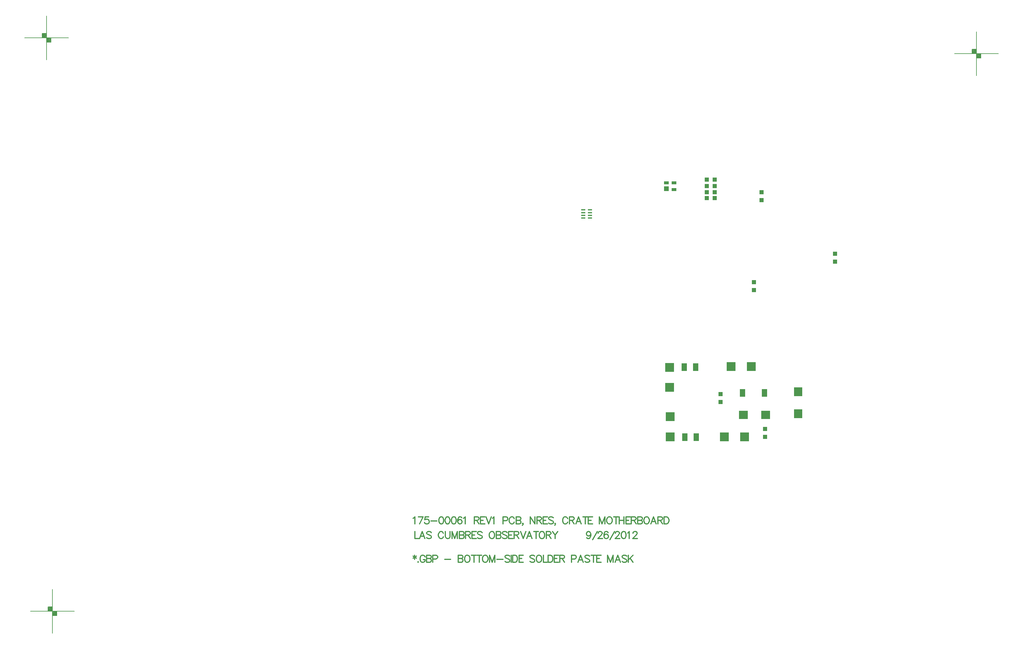
<source format=gbp>
%FSLAX23Y23*%
%MOIN*%
G70*
G01*
G75*
G04 Layer_Color=128*
%ADD10R,0.050X0.050*%
%ADD11R,0.057X0.012*%
%ADD12R,0.025X0.185*%
%ADD13R,0.025X0.100*%
%ADD14R,0.050X0.050*%
%ADD15O,0.014X0.067*%
%ADD16R,0.036X0.036*%
%ADD17O,0.079X0.024*%
%ADD18R,0.039X0.059*%
%ADD19R,0.100X0.100*%
%ADD20C,0.010*%
%ADD21C,0.050*%
%ADD22C,0.025*%
%ADD23C,0.006*%
%ADD24C,0.012*%
%ADD25C,0.008*%
%ADD26C,0.012*%
%ADD27C,0.012*%
%ADD28C,0.070*%
%ADD29C,0.050*%
%ADD30C,0.166*%
%ADD31C,0.157*%
%ADD32C,0.079*%
%ADD33C,0.220*%
%ADD34C,0.039*%
%ADD35C,0.059*%
%ADD36R,0.059X0.059*%
%ADD37C,0.063*%
%ADD38C,0.116*%
%ADD39C,0.065*%
%ADD40C,0.100*%
%ADD41C,0.080*%
%ADD42C,0.059*%
%ADD43C,0.115*%
%ADD44R,0.115X0.115*%
%ADD45R,0.079X0.079*%
%ADD46R,0.120X0.120*%
%ADD47C,0.120*%
%ADD48R,0.063X0.063*%
%ADD49C,0.020*%
%ADD50C,0.040*%
G04:AMPARAMS|DCode=51|XSize=91mil|YSize=91mil|CornerRadius=0mil|HoleSize=0mil|Usage=FLASHONLY|Rotation=0.000|XOffset=0mil|YOffset=0mil|HoleType=Round|Shape=Relief|Width=10mil|Gap=10mil|Entries=4|*
%AMTHD51*
7,0,0,0.091,0.071,0.010,45*
%
%ADD51THD51*%
%ADD52C,0.071*%
%ADD53C,0.206*%
G04:AMPARAMS|DCode=54|XSize=150.551mil|YSize=150.551mil|CornerRadius=0mil|HoleSize=0mil|Usage=FLASHONLY|Rotation=0.000|XOffset=0mil|YOffset=0mil|HoleType=Round|Shape=Relief|Width=10mil|Gap=10mil|Entries=4|*
%AMTHD54*
7,0,0,0.151,0.131,0.010,45*
%
%ADD54THD54*%
G04:AMPARAMS|DCode=55|XSize=96.221mil|YSize=96.221mil|CornerRadius=0mil|HoleSize=0mil|Usage=FLASHONLY|Rotation=0.000|XOffset=0mil|YOffset=0mil|HoleType=Round|Shape=Relief|Width=10mil|Gap=10mil|Entries=4|*
%AMTHD55*
7,0,0,0.096,0.076,0.010,45*
%
%ADD55THD55*%
%ADD56C,0.076*%
%ADD57C,0.080*%
%ADD58C,0.075*%
%ADD59C,0.168*%
G04:AMPARAMS|DCode=60|XSize=100mil|YSize=100mil|CornerRadius=0mil|HoleSize=0mil|Usage=FLASHONLY|Rotation=0.000|XOffset=0mil|YOffset=0mil|HoleType=Round|Shape=Relief|Width=10mil|Gap=10mil|Entries=4|*
%AMTHD60*
7,0,0,0.100,0.080,0.010,45*
%
%ADD60THD60*%
G04:AMPARAMS|DCode=61|XSize=123mil|YSize=123mil|CornerRadius=0mil|HoleSize=0mil|Usage=FLASHONLY|Rotation=0.000|XOffset=0mil|YOffset=0mil|HoleType=Round|Shape=Relief|Width=10mil|Gap=10mil|Entries=4|*
%AMTHD61*
7,0,0,0.123,0.103,0.010,45*
%
%ADD61THD61*%
%ADD62C,0.092*%
G04:AMPARAMS|DCode=63|XSize=112mil|YSize=112mil|CornerRadius=0mil|HoleSize=0mil|Usage=FLASHONLY|Rotation=0.000|XOffset=0mil|YOffset=0mil|HoleType=Round|Shape=Relief|Width=10mil|Gap=10mil|Entries=4|*
%AMTHD63*
7,0,0,0.112,0.092,0.010,45*
%
%ADD63THD63*%
%ADD64C,0.190*%
%ADD65C,0.087*%
G04:AMPARAMS|DCode=66|XSize=138mil|YSize=138mil|CornerRadius=0mil|HoleSize=0mil|Usage=FLASHONLY|Rotation=0.000|XOffset=0mil|YOffset=0mil|HoleType=Round|Shape=Relief|Width=10mil|Gap=10mil|Entries=4|*
%AMTHD66*
7,0,0,0.138,0.118,0.010,45*
%
%ADD66THD66*%
%ADD67C,0.118*%
G04:AMPARAMS|DCode=68|XSize=107.244mil|YSize=107.244mil|CornerRadius=0mil|HoleSize=0mil|Usage=FLASHONLY|Rotation=0.000|XOffset=0mil|YOffset=0mil|HoleType=Round|Shape=Relief|Width=10mil|Gap=10mil|Entries=4|*
%AMTHD68*
7,0,0,0.107,0.087,0.010,45*
%
%ADD68THD68*%
%ADD69C,0.079*%
%ADD70C,0.068*%
G04:AMPARAMS|DCode=71|XSize=70mil|YSize=70mil|CornerRadius=0mil|HoleSize=0mil|Usage=FLASHONLY|Rotation=0.000|XOffset=0mil|YOffset=0mil|HoleType=Round|Shape=Relief|Width=10mil|Gap=10mil|Entries=4|*
%AMTHD71*
7,0,0,0.070,0.050,0.010,45*
%
%ADD71THD71*%
G04:AMPARAMS|DCode=72|XSize=88mil|YSize=88mil|CornerRadius=0mil|HoleSize=0mil|Usage=FLASHONLY|Rotation=0.000|XOffset=0mil|YOffset=0mil|HoleType=Round|Shape=Relief|Width=10mil|Gap=10mil|Entries=4|*
%AMTHD72*
7,0,0,0.088,0.068,0.010,45*
%
%ADD72THD72*%
%ADD73C,0.020*%
%ADD74C,0.131*%
%ADD75C,0.103*%
%ADD76C,0.005*%
%ADD77R,0.053X0.035*%
%ADD78R,0.053X0.053*%
%ADD79R,0.045X0.017*%
%ADD80R,0.094X0.102*%
%ADD81R,0.059X0.087*%
%ADD82R,0.102X0.094*%
%ADD83R,0.100X0.100*%
%ADD84R,0.060X0.086*%
%ADD85C,0.010*%
%ADD86C,0.010*%
%ADD87C,0.024*%
%ADD88C,0.008*%
%ADD89C,0.007*%
%ADD90C,0.007*%
%ADD91C,0.015*%
%ADD92R,0.194X0.245*%
%ADD93R,0.058X0.058*%
%ADD94R,0.061X0.016*%
%ADD95R,0.033X0.193*%
%ADD96R,0.033X0.108*%
%ADD97R,0.058X0.058*%
%ADD98O,0.022X0.075*%
%ADD99R,0.044X0.044*%
%ADD100O,0.087X0.032*%
%ADD101R,0.047X0.067*%
%ADD102R,0.108X0.108*%
%ADD103C,0.063*%
%ADD104C,0.043*%
%ADD105R,0.043X0.043*%
%ADD106C,0.174*%
%ADD107C,0.165*%
%ADD108C,0.087*%
%ADD109C,0.228*%
%ADD110C,0.047*%
%ADD111C,0.067*%
%ADD112R,0.067X0.067*%
%ADD113C,0.071*%
%ADD114C,0.124*%
%ADD115C,0.073*%
%ADD116C,0.108*%
%ADD117C,0.088*%
%ADD118C,0.067*%
%ADD119C,0.123*%
%ADD120R,0.123X0.123*%
%ADD121R,0.087X0.087*%
%ADD122R,0.128X0.128*%
%ADD123C,0.128*%
%ADD124R,0.071X0.071*%
%ADD125C,0.058*%
%ADD126R,2.050X0.450*%
%ADD127R,0.061X0.043*%
%ADD128R,0.061X0.061*%
%ADD129R,0.053X0.025*%
%ADD130R,0.102X0.110*%
%ADD131R,0.067X0.095*%
%ADD132R,0.110X0.102*%
%ADD133R,0.108X0.108*%
%ADD134R,0.068X0.094*%
D10*
X18195Y12523D02*
D03*
Y12613D02*
D03*
X17398Y10620D02*
D03*
Y10530D02*
D03*
X16893Y11016D02*
D03*
Y10925D02*
D03*
X17360Y13312D02*
D03*
Y13222D02*
D03*
X17272Y12200D02*
D03*
Y12290D02*
D03*
D14*
X16824Y13245D02*
D03*
X16734D02*
D03*
X16824Y13312D02*
D03*
X16734D02*
D03*
X16824Y13384D02*
D03*
X16734D02*
D03*
X16824Y13455D02*
D03*
X16734D02*
D03*
D19*
X16313Y11321D02*
D03*
Y11092D02*
D03*
X16319Y10759D02*
D03*
Y10528D02*
D03*
D25*
X19554Y14890D02*
X20054D01*
X19804Y14640D02*
Y15140D01*
X19854Y14840D02*
Y14890D01*
X19804Y14840D02*
X19854D01*
X19754Y14890D02*
Y14940D01*
X19804D01*
X19759Y14895D02*
X19799D01*
X19759D02*
Y14935D01*
X19799D01*
Y14895D02*
Y14935D01*
X19764Y14900D02*
X19794D01*
X19764D02*
Y14930D01*
X19794D01*
Y14905D02*
Y14930D01*
X19769Y14905D02*
X19789D01*
X19769D02*
Y14925D01*
X19789D01*
Y14910D02*
Y14925D01*
X19774Y14910D02*
X19784D01*
X19774D02*
Y14920D01*
X19784D01*
Y14910D02*
Y14920D01*
X19774Y14915D02*
X19784D01*
X19809Y14845D02*
X19849D01*
X19809D02*
Y14885D01*
X19849D01*
Y14845D02*
Y14885D01*
X19814Y14850D02*
X19844D01*
X19814D02*
Y14880D01*
X19844D01*
Y14855D02*
Y14880D01*
X19819Y14855D02*
X19839D01*
X19819D02*
Y14875D01*
X19839D01*
Y14860D02*
Y14875D01*
X19824Y14860D02*
X19834D01*
X19824D02*
Y14870D01*
X19834D01*
Y14860D02*
Y14870D01*
X19824Y14865D02*
X19834D01*
X8970Y15070D02*
X9470D01*
X9220Y14820D02*
Y15320D01*
X9270Y15020D02*
Y15070D01*
X9220Y15020D02*
X9270D01*
X9170Y15070D02*
Y15120D01*
X9220D01*
X9175Y15075D02*
X9215D01*
X9175D02*
Y15115D01*
X9215D01*
Y15075D02*
Y15115D01*
X9180Y15080D02*
X9210D01*
X9180D02*
Y15110D01*
X9210D01*
Y15085D02*
Y15110D01*
X9185Y15085D02*
X9205D01*
X9185D02*
Y15105D01*
X9205D01*
Y15090D02*
Y15105D01*
X9190Y15090D02*
X9200D01*
X9190D02*
Y15100D01*
X9200D01*
Y15090D02*
Y15100D01*
X9190Y15095D02*
X9200D01*
X9225Y15025D02*
X9265D01*
X9225D02*
Y15065D01*
X9265D01*
Y15025D02*
Y15065D01*
X9230Y15030D02*
X9260D01*
X9230D02*
Y15060D01*
X9260D01*
Y15035D02*
Y15060D01*
X9235Y15035D02*
X9255D01*
X9235D02*
Y15055D01*
X9255D01*
Y15040D02*
Y15055D01*
X9240Y15040D02*
X9250D01*
X9240D02*
Y15050D01*
X9250D01*
Y15040D02*
Y15050D01*
X9240Y15045D02*
X9250D01*
X9036Y8546D02*
X9536D01*
X9286Y8296D02*
Y8796D01*
X9336Y8496D02*
Y8546D01*
X9286Y8496D02*
X9336D01*
X9236Y8546D02*
Y8596D01*
X9286D01*
X9241Y8551D02*
X9281D01*
X9241D02*
Y8591D01*
X9281D01*
Y8551D02*
Y8591D01*
X9246Y8556D02*
X9276D01*
X9246D02*
Y8586D01*
X9276D01*
Y8561D02*
Y8586D01*
X9251Y8561D02*
X9271D01*
X9251D02*
Y8581D01*
X9271D01*
Y8566D02*
Y8581D01*
X9256Y8566D02*
X9266D01*
X9256D02*
Y8576D01*
X9266D01*
Y8566D02*
Y8576D01*
X9256Y8571D02*
X9266D01*
X9291Y8501D02*
X9331D01*
X9291D02*
Y8541D01*
X9331D01*
Y8501D02*
Y8541D01*
X9296Y8506D02*
X9326D01*
X9296D02*
Y8536D01*
X9326D01*
Y8511D02*
Y8536D01*
X9301Y8511D02*
X9321D01*
X9301D02*
Y8531D01*
X9321D01*
Y8516D02*
Y8531D01*
X9306Y8516D02*
X9316D01*
X9306D02*
Y8526D01*
X9316D01*
Y8516D02*
Y8526D01*
X9306Y8521D02*
X9316D01*
D26*
X13412Y9453D02*
Y9373D01*
X13458D01*
X13527D02*
X13497Y9453D01*
X13466Y9373D01*
X13478Y9399D02*
X13516D01*
X13599Y9441D02*
X13592Y9449D01*
X13580Y9453D01*
X13565D01*
X13554Y9449D01*
X13546Y9441D01*
Y9434D01*
X13550Y9426D01*
X13554Y9422D01*
X13561Y9418D01*
X13584Y9411D01*
X13592Y9407D01*
X13596Y9403D01*
X13599Y9395D01*
Y9384D01*
X13592Y9376D01*
X13580Y9373D01*
X13565D01*
X13554Y9376D01*
X13546Y9384D01*
X13737Y9434D02*
X13733Y9441D01*
X13726Y9449D01*
X13718Y9453D01*
X13703D01*
X13695Y9449D01*
X13688Y9441D01*
X13684Y9434D01*
X13680Y9422D01*
Y9403D01*
X13684Y9392D01*
X13688Y9384D01*
X13695Y9376D01*
X13703Y9373D01*
X13718D01*
X13726Y9376D01*
X13733Y9384D01*
X13737Y9392D01*
X13760Y9453D02*
Y9395D01*
X13764Y9384D01*
X13771Y9376D01*
X13783Y9373D01*
X13790D01*
X13802Y9376D01*
X13809Y9384D01*
X13813Y9395D01*
Y9453D01*
X13835D02*
Y9373D01*
Y9453D02*
X13866Y9373D01*
X13896Y9453D02*
X13866Y9373D01*
X13896Y9453D02*
Y9373D01*
X13919Y9453D02*
Y9373D01*
Y9453D02*
X13953D01*
X13965Y9449D01*
X13968Y9445D01*
X13972Y9437D01*
Y9430D01*
X13968Y9422D01*
X13965Y9418D01*
X13953Y9414D01*
X13919D02*
X13953D01*
X13965Y9411D01*
X13968Y9407D01*
X13972Y9399D01*
Y9388D01*
X13968Y9380D01*
X13965Y9376D01*
X13953Y9373D01*
X13919D01*
X13990Y9453D02*
Y9373D01*
Y9453D02*
X14024D01*
X14036Y9449D01*
X14040Y9445D01*
X14044Y9437D01*
Y9430D01*
X14040Y9422D01*
X14036Y9418D01*
X14024Y9414D01*
X13990D01*
X14017D02*
X14044Y9373D01*
X14111Y9453D02*
X14061D01*
Y9373D01*
X14111D01*
X14061Y9414D02*
X14092D01*
X14178Y9441D02*
X14170Y9449D01*
X14159Y9453D01*
X14143D01*
X14132Y9449D01*
X14124Y9441D01*
Y9434D01*
X14128Y9426D01*
X14132Y9422D01*
X14139Y9418D01*
X14162Y9411D01*
X14170Y9407D01*
X14174Y9403D01*
X14178Y9395D01*
Y9384D01*
X14170Y9376D01*
X14159Y9373D01*
X14143D01*
X14132Y9376D01*
X14124Y9384D01*
X14281Y9453D02*
X14274Y9449D01*
X14266Y9441D01*
X14262Y9434D01*
X14258Y9422D01*
Y9403D01*
X14262Y9392D01*
X14266Y9384D01*
X14274Y9376D01*
X14281Y9373D01*
X14296D01*
X14304Y9376D01*
X14312Y9384D01*
X14315Y9392D01*
X14319Y9403D01*
Y9422D01*
X14315Y9434D01*
X14312Y9441D01*
X14304Y9449D01*
X14296Y9453D01*
X14281D01*
X14338D02*
Y9373D01*
Y9453D02*
X14372D01*
X14384Y9449D01*
X14387Y9445D01*
X14391Y9437D01*
Y9430D01*
X14387Y9422D01*
X14384Y9418D01*
X14372Y9414D01*
X14338D02*
X14372D01*
X14384Y9411D01*
X14387Y9407D01*
X14391Y9399D01*
Y9388D01*
X14387Y9380D01*
X14384Y9376D01*
X14372Y9373D01*
X14338D01*
X14462Y9441D02*
X14455Y9449D01*
X14443Y9453D01*
X14428D01*
X14417Y9449D01*
X14409Y9441D01*
Y9434D01*
X14413Y9426D01*
X14417Y9422D01*
X14424Y9418D01*
X14447Y9411D01*
X14455Y9407D01*
X14459Y9403D01*
X14462Y9395D01*
Y9384D01*
X14455Y9376D01*
X14443Y9373D01*
X14428D01*
X14417Y9376D01*
X14409Y9384D01*
X14530Y9453D02*
X14480D01*
Y9373D01*
X14530D01*
X14480Y9414D02*
X14511D01*
X14543Y9453D02*
Y9373D01*
Y9453D02*
X14577D01*
X14589Y9449D01*
X14593Y9445D01*
X14597Y9437D01*
Y9430D01*
X14593Y9422D01*
X14589Y9418D01*
X14577Y9414D01*
X14543D01*
X14570D02*
X14597Y9373D01*
X14614Y9453D02*
X14645Y9373D01*
X14675Y9453D02*
X14645Y9373D01*
X14747D02*
X14716Y9453D01*
X14686Y9373D01*
X14697Y9399D02*
X14735D01*
X14792Y9453D02*
Y9373D01*
X14765Y9453D02*
X14819D01*
X14851D02*
X14843Y9449D01*
X14836Y9441D01*
X14832Y9434D01*
X14828Y9422D01*
Y9403D01*
X14832Y9392D01*
X14836Y9384D01*
X14843Y9376D01*
X14851Y9373D01*
X14866D01*
X14874Y9376D01*
X14881Y9384D01*
X14885Y9392D01*
X14889Y9403D01*
Y9422D01*
X14885Y9434D01*
X14881Y9441D01*
X14874Y9449D01*
X14866Y9453D01*
X14851D01*
X14908D02*
Y9373D01*
Y9453D02*
X14942D01*
X14953Y9449D01*
X14957Y9445D01*
X14961Y9437D01*
Y9430D01*
X14957Y9422D01*
X14953Y9418D01*
X14942Y9414D01*
X14908D01*
X14934D02*
X14961Y9373D01*
X14979Y9453D02*
X15009Y9414D01*
Y9373D01*
X15040Y9453D02*
X15009Y9414D01*
X15414Y9426D02*
X15410Y9414D01*
X15402Y9407D01*
X15391Y9403D01*
X15387D01*
X15376Y9407D01*
X15368Y9414D01*
X15364Y9426D01*
Y9430D01*
X15368Y9441D01*
X15376Y9449D01*
X15387Y9453D01*
X15391D01*
X15402Y9449D01*
X15410Y9441D01*
X15414Y9426D01*
Y9407D01*
X15410Y9388D01*
X15402Y9376D01*
X15391Y9373D01*
X15383D01*
X15372Y9376D01*
X15368Y9384D01*
X15436Y9361D02*
X15489Y9453D01*
X15498Y9434D02*
Y9437D01*
X15502Y9445D01*
X15506Y9449D01*
X15513Y9453D01*
X15529D01*
X15536Y9449D01*
X15540Y9445D01*
X15544Y9437D01*
Y9430D01*
X15540Y9422D01*
X15532Y9411D01*
X15494Y9373D01*
X15548D01*
X15611Y9441D02*
X15607Y9449D01*
X15596Y9453D01*
X15588D01*
X15577Y9449D01*
X15569Y9437D01*
X15565Y9418D01*
Y9399D01*
X15569Y9384D01*
X15577Y9376D01*
X15588Y9373D01*
X15592D01*
X15604Y9376D01*
X15611Y9384D01*
X15615Y9395D01*
Y9399D01*
X15611Y9411D01*
X15604Y9418D01*
X15592Y9422D01*
X15588D01*
X15577Y9418D01*
X15569Y9411D01*
X15565Y9399D01*
X15633Y9361D02*
X15686Y9453D01*
X15695Y9434D02*
Y9437D01*
X15699Y9445D01*
X15703Y9449D01*
X15710Y9453D01*
X15725D01*
X15733Y9449D01*
X15737Y9445D01*
X15741Y9437D01*
Y9430D01*
X15737Y9422D01*
X15729Y9411D01*
X15691Y9373D01*
X15744D01*
X15785Y9453D02*
X15774Y9449D01*
X15766Y9437D01*
X15762Y9418D01*
Y9407D01*
X15766Y9388D01*
X15774Y9376D01*
X15785Y9373D01*
X15793D01*
X15804Y9376D01*
X15812Y9388D01*
X15816Y9407D01*
Y9418D01*
X15812Y9437D01*
X15804Y9449D01*
X15793Y9453D01*
X15785D01*
X15834Y9437D02*
X15841Y9441D01*
X15853Y9453D01*
Y9373D01*
X15896Y9434D02*
Y9437D01*
X15900Y9445D01*
X15904Y9449D01*
X15911Y9453D01*
X15927D01*
X15934Y9449D01*
X15938Y9445D01*
X15942Y9437D01*
Y9430D01*
X15938Y9422D01*
X15930Y9411D01*
X15892Y9373D01*
X15946D01*
D27*
X13410Y9183D02*
Y9137D01*
X13391Y9172D02*
X13429Y9149D01*
Y9172D02*
X13391Y9149D01*
X13449Y9111D02*
X13445Y9107D01*
X13449Y9103D01*
X13453Y9107D01*
X13449Y9111D01*
X13528Y9164D02*
X13524Y9172D01*
X13516Y9179D01*
X13509Y9183D01*
X13493D01*
X13486Y9179D01*
X13478Y9172D01*
X13474Y9164D01*
X13471Y9153D01*
Y9133D01*
X13474Y9122D01*
X13478Y9114D01*
X13486Y9107D01*
X13493Y9103D01*
X13509D01*
X13516Y9107D01*
X13524Y9114D01*
X13528Y9122D01*
Y9133D01*
X13509D02*
X13528D01*
X13546Y9183D02*
Y9103D01*
Y9183D02*
X13580D01*
X13592Y9179D01*
X13596Y9175D01*
X13599Y9168D01*
Y9160D01*
X13596Y9153D01*
X13592Y9149D01*
X13580Y9145D01*
X13546D02*
X13580D01*
X13592Y9141D01*
X13596Y9137D01*
X13599Y9130D01*
Y9118D01*
X13596Y9111D01*
X13592Y9107D01*
X13580Y9103D01*
X13546D01*
X13617Y9141D02*
X13652D01*
X13663Y9145D01*
X13667Y9149D01*
X13671Y9156D01*
Y9168D01*
X13667Y9175D01*
X13663Y9179D01*
X13652Y9183D01*
X13617D01*
Y9103D01*
X13751Y9137D02*
X13820D01*
X13906Y9183D02*
Y9103D01*
Y9183D02*
X13941D01*
X13952Y9179D01*
X13956Y9175D01*
X13960Y9168D01*
Y9160D01*
X13956Y9153D01*
X13952Y9149D01*
X13941Y9145D01*
X13906D02*
X13941D01*
X13952Y9141D01*
X13956Y9137D01*
X13960Y9130D01*
Y9118D01*
X13956Y9111D01*
X13952Y9107D01*
X13941Y9103D01*
X13906D01*
X14000Y9183D02*
X13993Y9179D01*
X13985Y9172D01*
X13981Y9164D01*
X13978Y9153D01*
Y9133D01*
X13981Y9122D01*
X13985Y9114D01*
X13993Y9107D01*
X14000Y9103D01*
X14016D01*
X14023Y9107D01*
X14031Y9114D01*
X14035Y9122D01*
X14038Y9133D01*
Y9153D01*
X14035Y9164D01*
X14031Y9172D01*
X14023Y9179D01*
X14016Y9183D01*
X14000D01*
X14084D02*
Y9103D01*
X14057Y9183D02*
X14110D01*
X14147D02*
Y9103D01*
X14120Y9183D02*
X14173D01*
X14206D02*
X14198Y9179D01*
X14190Y9172D01*
X14187Y9164D01*
X14183Y9153D01*
Y9133D01*
X14187Y9122D01*
X14190Y9114D01*
X14198Y9107D01*
X14206Y9103D01*
X14221D01*
X14229Y9107D01*
X14236Y9114D01*
X14240Y9122D01*
X14244Y9133D01*
Y9153D01*
X14240Y9164D01*
X14236Y9172D01*
X14229Y9179D01*
X14221Y9183D01*
X14206D01*
X14262D02*
Y9103D01*
Y9183D02*
X14293Y9103D01*
X14323Y9183D02*
X14293Y9103D01*
X14323Y9183D02*
Y9103D01*
X14346Y9137D02*
X14415D01*
X14492Y9172D02*
X14484Y9179D01*
X14473Y9183D01*
X14457D01*
X14446Y9179D01*
X14438Y9172D01*
Y9164D01*
X14442Y9156D01*
X14446Y9153D01*
X14454Y9149D01*
X14476Y9141D01*
X14484Y9137D01*
X14488Y9133D01*
X14492Y9126D01*
Y9114D01*
X14484Y9107D01*
X14473Y9103D01*
X14457D01*
X14446Y9107D01*
X14438Y9114D01*
X14510Y9183D02*
Y9103D01*
X14526Y9183D02*
Y9103D01*
Y9183D02*
X14553D01*
X14564Y9179D01*
X14572Y9172D01*
X14576Y9164D01*
X14580Y9153D01*
Y9133D01*
X14576Y9122D01*
X14572Y9114D01*
X14564Y9107D01*
X14553Y9103D01*
X14526D01*
X14647Y9183D02*
X14598D01*
Y9103D01*
X14647D01*
X14598Y9145D02*
X14628D01*
X14777Y9172D02*
X14769Y9179D01*
X14758Y9183D01*
X14742D01*
X14731Y9179D01*
X14723Y9172D01*
Y9164D01*
X14727Y9156D01*
X14731Y9153D01*
X14739Y9149D01*
X14761Y9141D01*
X14769Y9137D01*
X14773Y9133D01*
X14777Y9126D01*
Y9114D01*
X14769Y9107D01*
X14758Y9103D01*
X14742D01*
X14731Y9107D01*
X14723Y9114D01*
X14817Y9183D02*
X14810Y9179D01*
X14802Y9172D01*
X14798Y9164D01*
X14795Y9153D01*
Y9133D01*
X14798Y9122D01*
X14802Y9114D01*
X14810Y9107D01*
X14817Y9103D01*
X14833D01*
X14840Y9107D01*
X14848Y9114D01*
X14852Y9122D01*
X14855Y9133D01*
Y9153D01*
X14852Y9164D01*
X14848Y9172D01*
X14840Y9179D01*
X14833Y9183D01*
X14817D01*
X14874D02*
Y9103D01*
X14920D01*
X14929Y9183D02*
Y9103D01*
Y9183D02*
X14955D01*
X14967Y9179D01*
X14974Y9172D01*
X14978Y9164D01*
X14982Y9153D01*
Y9133D01*
X14978Y9122D01*
X14974Y9114D01*
X14967Y9107D01*
X14955Y9103D01*
X14929D01*
X15049Y9183D02*
X15000D01*
Y9103D01*
X15049D01*
X15000Y9145D02*
X15030D01*
X15063Y9183D02*
Y9103D01*
Y9183D02*
X15097D01*
X15108Y9179D01*
X15112Y9175D01*
X15116Y9168D01*
Y9160D01*
X15112Y9153D01*
X15108Y9149D01*
X15097Y9145D01*
X15063D01*
X15089D02*
X15116Y9103D01*
X15197Y9141D02*
X15231D01*
X15242Y9145D01*
X15246Y9149D01*
X15250Y9156D01*
Y9168D01*
X15246Y9175D01*
X15242Y9179D01*
X15231Y9183D01*
X15197D01*
Y9103D01*
X15329D02*
X15298Y9183D01*
X15268Y9103D01*
X15279Y9130D02*
X15317D01*
X15401Y9172D02*
X15393Y9179D01*
X15382Y9183D01*
X15367D01*
X15355Y9179D01*
X15348Y9172D01*
Y9164D01*
X15351Y9156D01*
X15355Y9153D01*
X15363Y9149D01*
X15386Y9141D01*
X15393Y9137D01*
X15397Y9133D01*
X15401Y9126D01*
Y9114D01*
X15393Y9107D01*
X15382Y9103D01*
X15367D01*
X15355Y9107D01*
X15348Y9114D01*
X15445Y9183D02*
Y9103D01*
X15419Y9183D02*
X15472D01*
X15531D02*
X15482D01*
Y9103D01*
X15531D01*
X15482Y9145D02*
X15512D01*
X15607Y9183D02*
Y9103D01*
Y9183D02*
X15638Y9103D01*
X15668Y9183D02*
X15638Y9103D01*
X15668Y9183D02*
Y9103D01*
X15752D02*
X15722Y9183D01*
X15691Y9103D01*
X15702Y9130D02*
X15741D01*
X15824Y9172D02*
X15816Y9179D01*
X15805Y9183D01*
X15790D01*
X15778Y9179D01*
X15771Y9172D01*
Y9164D01*
X15774Y9156D01*
X15778Y9153D01*
X15786Y9149D01*
X15809Y9141D01*
X15816Y9137D01*
X15820Y9133D01*
X15824Y9126D01*
Y9114D01*
X15816Y9107D01*
X15805Y9103D01*
X15790D01*
X15778Y9107D01*
X15771Y9114D01*
X15842Y9183D02*
Y9103D01*
X15895Y9183D02*
X15842Y9130D01*
X15861Y9149D02*
X15895Y9103D01*
X13393Y9604D02*
X13401Y9608D01*
X13412Y9619D01*
Y9539D01*
X13505Y9619D02*
X13467Y9539D01*
X13452Y9619D02*
X13505D01*
X13568D02*
X13530D01*
X13527Y9585D01*
X13530Y9589D01*
X13542Y9593D01*
X13553D01*
X13565Y9589D01*
X13572Y9581D01*
X13576Y9570D01*
Y9562D01*
X13572Y9551D01*
X13565Y9543D01*
X13553Y9539D01*
X13542D01*
X13530Y9543D01*
X13527Y9547D01*
X13523Y9555D01*
X13594Y9574D02*
X13663D01*
X13709Y9619D02*
X13698Y9616D01*
X13690Y9604D01*
X13686Y9585D01*
Y9574D01*
X13690Y9555D01*
X13698Y9543D01*
X13709Y9539D01*
X13717D01*
X13728Y9543D01*
X13736Y9555D01*
X13739Y9574D01*
Y9585D01*
X13736Y9604D01*
X13728Y9616D01*
X13717Y9619D01*
X13709D01*
X13780D02*
X13769Y9616D01*
X13761Y9604D01*
X13757Y9585D01*
Y9574D01*
X13761Y9555D01*
X13769Y9543D01*
X13780Y9539D01*
X13788D01*
X13799Y9543D01*
X13807Y9555D01*
X13811Y9574D01*
Y9585D01*
X13807Y9604D01*
X13799Y9616D01*
X13788Y9619D01*
X13780D01*
X13851D02*
X13840Y9616D01*
X13832Y9604D01*
X13829Y9585D01*
Y9574D01*
X13832Y9555D01*
X13840Y9543D01*
X13851Y9539D01*
X13859D01*
X13871Y9543D01*
X13878Y9555D01*
X13882Y9574D01*
Y9585D01*
X13878Y9604D01*
X13871Y9616D01*
X13859Y9619D01*
X13851D01*
X13946Y9608D02*
X13942Y9616D01*
X13930Y9619D01*
X13923D01*
X13911Y9616D01*
X13904Y9604D01*
X13900Y9585D01*
Y9566D01*
X13904Y9551D01*
X13911Y9543D01*
X13923Y9539D01*
X13926D01*
X13938Y9543D01*
X13946Y9551D01*
X13949Y9562D01*
Y9566D01*
X13946Y9577D01*
X13938Y9585D01*
X13926Y9589D01*
X13923D01*
X13911Y9585D01*
X13904Y9577D01*
X13900Y9566D01*
X13967Y9604D02*
X13974Y9608D01*
X13986Y9619D01*
Y9539D01*
X14088Y9619D02*
Y9539D01*
Y9619D02*
X14123D01*
X14134Y9616D01*
X14138Y9612D01*
X14142Y9604D01*
Y9596D01*
X14138Y9589D01*
X14134Y9585D01*
X14123Y9581D01*
X14088D01*
X14115D02*
X14142Y9539D01*
X14209Y9619D02*
X14160D01*
Y9539D01*
X14209D01*
X14160Y9581D02*
X14190D01*
X14222Y9619D02*
X14253Y9539D01*
X14283Y9619D02*
X14253Y9539D01*
X14294Y9604D02*
X14301Y9608D01*
X14313Y9619D01*
Y9539D01*
X14415Y9577D02*
X14449D01*
X14461Y9581D01*
X14465Y9585D01*
X14468Y9593D01*
Y9604D01*
X14465Y9612D01*
X14461Y9616D01*
X14449Y9619D01*
X14415D01*
Y9539D01*
X14543Y9600D02*
X14540Y9608D01*
X14532Y9616D01*
X14524Y9619D01*
X14509D01*
X14502Y9616D01*
X14494Y9608D01*
X14490Y9600D01*
X14486Y9589D01*
Y9570D01*
X14490Y9558D01*
X14494Y9551D01*
X14502Y9543D01*
X14509Y9539D01*
X14524D01*
X14532Y9543D01*
X14540Y9551D01*
X14543Y9558D01*
X14566Y9619D02*
Y9539D01*
Y9619D02*
X14600D01*
X14612Y9616D01*
X14615Y9612D01*
X14619Y9604D01*
Y9596D01*
X14615Y9589D01*
X14612Y9585D01*
X14600Y9581D01*
X14566D02*
X14600D01*
X14612Y9577D01*
X14615Y9574D01*
X14619Y9566D01*
Y9555D01*
X14615Y9547D01*
X14612Y9543D01*
X14600Y9539D01*
X14566D01*
X14645Y9543D02*
X14641Y9539D01*
X14637Y9543D01*
X14641Y9547D01*
X14645Y9543D01*
Y9536D01*
X14641Y9528D01*
X14637Y9524D01*
X14725Y9619D02*
Y9539D01*
Y9619D02*
X14778Y9539D01*
Y9619D02*
Y9539D01*
X14801Y9619D02*
Y9539D01*
Y9619D02*
X14835D01*
X14846Y9616D01*
X14850Y9612D01*
X14854Y9604D01*
Y9596D01*
X14850Y9589D01*
X14846Y9585D01*
X14835Y9581D01*
X14801D01*
X14827D02*
X14854Y9539D01*
X14921Y9619D02*
X14872D01*
Y9539D01*
X14921D01*
X14872Y9581D02*
X14902D01*
X14988Y9608D02*
X14980Y9616D01*
X14969Y9619D01*
X14954D01*
X14942Y9616D01*
X14935Y9608D01*
Y9600D01*
X14938Y9593D01*
X14942Y9589D01*
X14950Y9585D01*
X14973Y9577D01*
X14980Y9574D01*
X14984Y9570D01*
X14988Y9562D01*
Y9551D01*
X14980Y9543D01*
X14969Y9539D01*
X14954D01*
X14942Y9543D01*
X14935Y9551D01*
X15013Y9543D02*
X15010Y9539D01*
X15006Y9543D01*
X15010Y9547D01*
X15013Y9543D01*
Y9536D01*
X15010Y9528D01*
X15006Y9524D01*
X15151Y9600D02*
X15147Y9608D01*
X15140Y9616D01*
X15132Y9619D01*
X15117D01*
X15109Y9616D01*
X15101Y9608D01*
X15098Y9600D01*
X15094Y9589D01*
Y9570D01*
X15098Y9558D01*
X15101Y9551D01*
X15109Y9543D01*
X15117Y9539D01*
X15132D01*
X15140Y9543D01*
X15147Y9551D01*
X15151Y9558D01*
X15173Y9619D02*
Y9539D01*
Y9619D02*
X15208D01*
X15219Y9616D01*
X15223Y9612D01*
X15227Y9604D01*
Y9596D01*
X15223Y9589D01*
X15219Y9585D01*
X15208Y9581D01*
X15173D01*
X15200D02*
X15227Y9539D01*
X15306D02*
X15275Y9619D01*
X15245Y9539D01*
X15256Y9566D02*
X15294D01*
X15351Y9619D02*
Y9539D01*
X15324Y9619D02*
X15378D01*
X15437D02*
X15387D01*
Y9539D01*
X15437D01*
X15387Y9581D02*
X15418D01*
X15513Y9619D02*
Y9539D01*
Y9619D02*
X15543Y9539D01*
X15574Y9619D02*
X15543Y9539D01*
X15574Y9619D02*
Y9539D01*
X15619Y9619D02*
X15612Y9616D01*
X15604Y9608D01*
X15600Y9600D01*
X15597Y9589D01*
Y9570D01*
X15600Y9558D01*
X15604Y9551D01*
X15612Y9543D01*
X15619Y9539D01*
X15635D01*
X15642Y9543D01*
X15650Y9551D01*
X15654Y9558D01*
X15658Y9570D01*
Y9589D01*
X15654Y9600D01*
X15650Y9608D01*
X15642Y9616D01*
X15635Y9619D01*
X15619D01*
X15703D02*
Y9539D01*
X15676Y9619D02*
X15730D01*
X15739D02*
Y9539D01*
X15792Y9619D02*
Y9539D01*
X15739Y9581D02*
X15792D01*
X15864Y9619D02*
X15814D01*
Y9539D01*
X15864D01*
X15814Y9581D02*
X15845D01*
X15877Y9619D02*
Y9539D01*
Y9619D02*
X15912D01*
X15923Y9616D01*
X15927Y9612D01*
X15931Y9604D01*
Y9596D01*
X15927Y9589D01*
X15923Y9585D01*
X15912Y9581D01*
X15877D01*
X15904D02*
X15931Y9539D01*
X15949Y9619D02*
Y9539D01*
Y9619D02*
X15983D01*
X15994Y9616D01*
X15998Y9612D01*
X16002Y9604D01*
Y9596D01*
X15998Y9589D01*
X15994Y9585D01*
X15983Y9581D01*
X15949D02*
X15983D01*
X15994Y9577D01*
X15998Y9574D01*
X16002Y9566D01*
Y9555D01*
X15998Y9547D01*
X15994Y9543D01*
X15983Y9539D01*
X15949D01*
X16043Y9619D02*
X16035Y9616D01*
X16027Y9608D01*
X16024Y9600D01*
X16020Y9589D01*
Y9570D01*
X16024Y9558D01*
X16027Y9551D01*
X16035Y9543D01*
X16043Y9539D01*
X16058D01*
X16065Y9543D01*
X16073Y9551D01*
X16077Y9558D01*
X16081Y9570D01*
Y9589D01*
X16077Y9600D01*
X16073Y9608D01*
X16065Y9616D01*
X16058Y9619D01*
X16043D01*
X16160Y9539D02*
X16130Y9619D01*
X16099Y9539D01*
X16111Y9566D02*
X16149D01*
X16179Y9619D02*
Y9539D01*
Y9619D02*
X16213D01*
X16225Y9616D01*
X16228Y9612D01*
X16232Y9604D01*
Y9596D01*
X16228Y9589D01*
X16225Y9585D01*
X16213Y9581D01*
X16179D01*
X16206D02*
X16232Y9539D01*
X16250Y9619D02*
Y9539D01*
Y9619D02*
X16277D01*
X16288Y9616D01*
X16296Y9608D01*
X16300Y9600D01*
X16304Y9589D01*
Y9570D01*
X16300Y9558D01*
X16296Y9551D01*
X16288Y9543D01*
X16277Y9539D01*
X16250D01*
D77*
X16274Y13419D02*
D03*
X16361D02*
D03*
Y13344D02*
D03*
D78*
X16274Y13352D02*
D03*
D79*
X15405Y13018D02*
D03*
Y13050D02*
D03*
Y13081D02*
D03*
Y13112D02*
D03*
X15329D02*
D03*
Y13081D02*
D03*
Y13050D02*
D03*
Y13018D02*
D03*
D80*
X17776Y11043D02*
D03*
Y10792D02*
D03*
D81*
X17393Y11028D02*
D03*
X17141D02*
D03*
D82*
X17153Y10781D02*
D03*
X17405D02*
D03*
D83*
X17011Y11328D02*
D03*
X17241D02*
D03*
X17165Y10531D02*
D03*
X16935D02*
D03*
D84*
X16478Y11323D02*
D03*
X16608D02*
D03*
X16486Y10526D02*
D03*
X16616D02*
D03*
M02*

</source>
